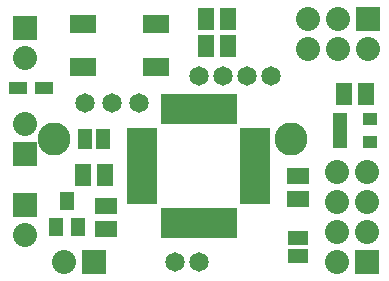
<source format=gts>
G04 (created by PCBNEW (2011-nov-30)-testing) date Thu 18 Oct 2012 10:53:08 EDT*
%MOIN*%
G04 Gerber Fmt 3.4, Leading zero omitted, Abs format*
%FSLAX34Y34*%
G01*
G70*
G90*
G04 APERTURE LIST*
%ADD10C,3.93701e-06*%
%ADD11R,0.0909X0.0633*%
%ADD12R,0.0987X0.0377*%
%ADD13R,0.0377X0.0987*%
%ADD14R,0.055X0.075*%
%ADD15R,0.075X0.055*%
%ADD16R,0.08X0.08*%
%ADD17C,0.08*%
%ADD18C,0.065*%
%ADD19R,0.05X0.04*%
%ADD20R,0.0515X0.0594*%
%ADD21R,0.0594X0.0436*%
%ADD22R,0.065X0.045*%
%ADD23R,0.045X0.065*%
%ADD24C,0.11*%
G04 APERTURE END LIST*
G54D10*
G54D11*
X54653Y-38481D03*
X52213Y-37063D03*
X52213Y-38481D03*
X54653Y-37063D03*
G54D12*
X54204Y-42893D03*
X54204Y-42578D03*
X54204Y-42263D03*
X54204Y-41948D03*
X54204Y-41633D03*
X54204Y-41318D03*
X54204Y-41003D03*
X54204Y-40688D03*
X57970Y-40690D03*
X57970Y-42900D03*
X57970Y-42580D03*
X57970Y-42260D03*
X57970Y-41950D03*
X57970Y-41630D03*
X57970Y-41320D03*
X57970Y-41000D03*
G54D13*
X54988Y-39900D03*
X55302Y-39900D03*
X55618Y-39900D03*
X55932Y-39900D03*
X56248Y-39900D03*
X56562Y-39900D03*
X56878Y-39900D03*
X57192Y-39900D03*
X54990Y-43680D03*
X55300Y-43680D03*
X55620Y-43680D03*
X55930Y-43680D03*
X56240Y-43680D03*
X56560Y-43680D03*
X56880Y-43680D03*
X57200Y-43680D03*
G54D14*
X52225Y-42100D03*
X52975Y-42100D03*
X56325Y-37800D03*
X57075Y-37800D03*
G54D15*
X59400Y-42875D03*
X59400Y-42125D03*
G54D16*
X61709Y-44979D03*
G54D17*
X60709Y-44979D03*
X61709Y-43979D03*
X60709Y-43979D03*
X61709Y-42979D03*
X60709Y-42979D03*
X61709Y-41979D03*
X60709Y-41979D03*
G54D16*
X61716Y-36877D03*
G54D17*
X61716Y-37877D03*
X60716Y-36877D03*
X60716Y-37877D03*
X59716Y-36877D03*
X59716Y-37877D03*
G54D16*
X50300Y-43100D03*
G54D17*
X50300Y-44100D03*
G54D16*
X52600Y-45000D03*
G54D17*
X51600Y-45000D03*
G54D18*
X56100Y-45000D03*
X55300Y-45000D03*
X52300Y-39700D03*
X53200Y-39700D03*
X54100Y-39700D03*
X56100Y-38800D03*
X56900Y-38800D03*
X57700Y-38800D03*
X58500Y-38800D03*
G54D19*
X60800Y-40225D03*
X60800Y-40975D03*
X61800Y-40225D03*
X60800Y-40600D03*
X61800Y-40975D03*
G54D14*
X56325Y-36900D03*
X57075Y-36900D03*
G54D15*
X53000Y-43875D03*
X53000Y-43125D03*
G54D16*
X50300Y-37200D03*
G54D17*
X50300Y-38200D03*
G54D20*
X51700Y-42967D03*
X52075Y-43833D03*
X51325Y-43833D03*
G54D21*
X50067Y-39200D03*
X50933Y-39200D03*
G54D14*
X60925Y-39400D03*
X61675Y-39400D03*
G54D22*
X59400Y-44200D03*
X59400Y-44800D03*
G54D23*
X52900Y-40900D03*
X52300Y-40900D03*
G54D16*
X50300Y-41400D03*
G54D17*
X50300Y-40400D03*
G54D24*
X59150Y-40900D03*
X51276Y-40900D03*
M02*

</source>
